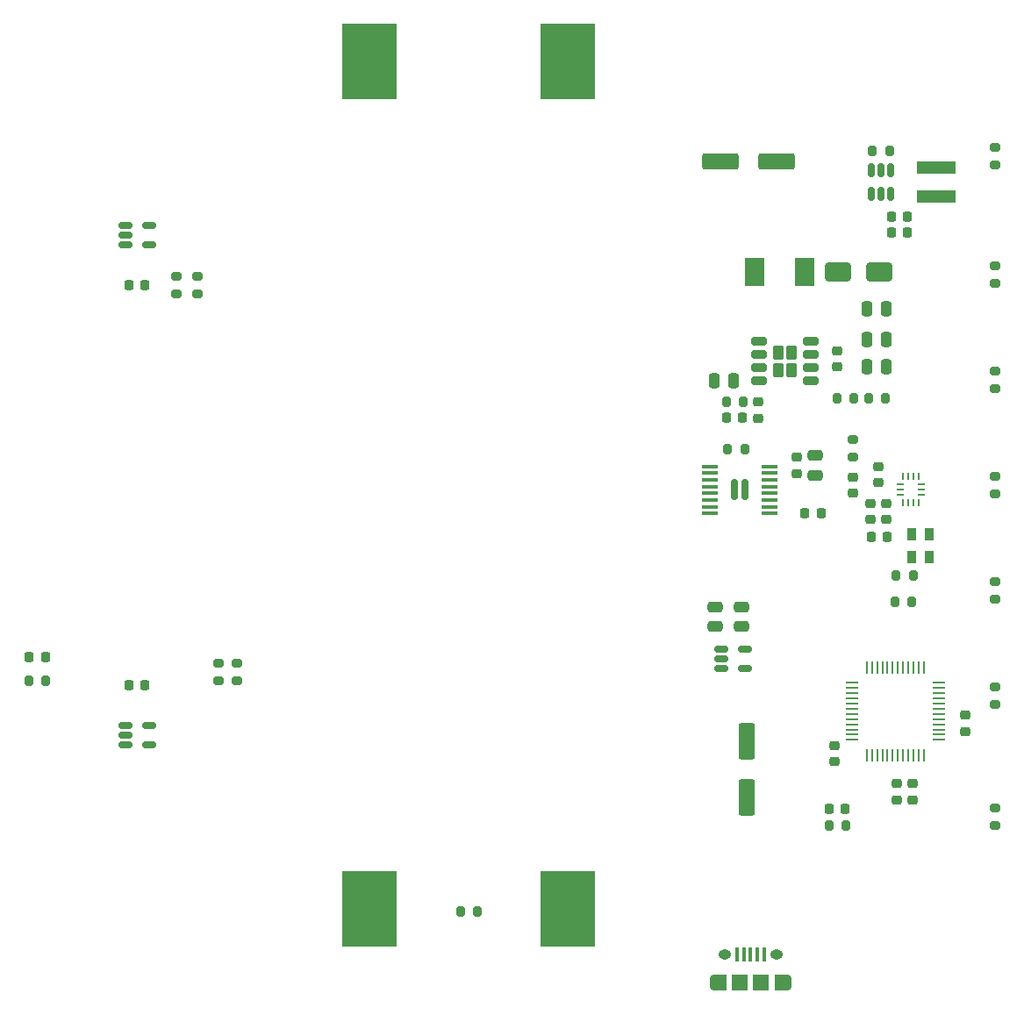
<source format=gbr>
%TF.GenerationSoftware,KiCad,Pcbnew,7.0.8*%
%TF.CreationDate,2023-10-27T12:05:37-04:00*%
%TF.ProjectId,mainboard_dual_battery,6d61696e-626f-4617-9264-5f6475616c5f,rev?*%
%TF.SameCoordinates,PX1312d00PY5f5e100*%
%TF.FileFunction,Paste,Top*%
%TF.FilePolarity,Positive*%
%FSLAX46Y46*%
G04 Gerber Fmt 4.6, Leading zero omitted, Abs format (unit mm)*
G04 Created by KiCad (PCBNEW 7.0.8) date 2023-10-27 12:05:37*
%MOMM*%
%LPD*%
G01*
G04 APERTURE LIST*
G04 Aperture macros list*
%AMRoundRect*
0 Rectangle with rounded corners*
0 $1 Rounding radius*
0 $2 $3 $4 $5 $6 $7 $8 $9 X,Y pos of 4 corners*
0 Add a 4 corners polygon primitive as box body*
4,1,4,$2,$3,$4,$5,$6,$7,$8,$9,$2,$3,0*
0 Add four circle primitives for the rounded corners*
1,1,$1+$1,$2,$3*
1,1,$1+$1,$4,$5*
1,1,$1+$1,$6,$7*
1,1,$1+$1,$8,$9*
0 Add four rect primitives between the rounded corners*
20,1,$1+$1,$2,$3,$4,$5,0*
20,1,$1+$1,$4,$5,$6,$7,0*
20,1,$1+$1,$6,$7,$8,$9,0*
20,1,$1+$1,$8,$9,$2,$3,0*%
G04 Aperture macros list end*
%ADD10RoundRect,0.250000X1.500000X0.550000X-1.500000X0.550000X-1.500000X-0.550000X1.500000X-0.550000X0*%
%ADD11R,0.950000X1.200000*%
%ADD12RoundRect,0.225000X-0.250000X0.225000X-0.250000X-0.225000X0.250000X-0.225000X0.250000X0.225000X0*%
%ADD13RoundRect,0.225000X-0.225000X-0.250000X0.225000X-0.250000X0.225000X0.250000X-0.225000X0.250000X0*%
%ADD14RoundRect,0.150000X-0.512500X-0.150000X0.512500X-0.150000X0.512500X0.150000X-0.512500X0.150000X0*%
%ADD15RoundRect,0.250000X0.250000X0.475000X-0.250000X0.475000X-0.250000X-0.475000X0.250000X-0.475000X0*%
%ADD16RoundRect,0.225000X0.225000X0.250000X-0.225000X0.250000X-0.225000X-0.250000X0.225000X-0.250000X0*%
%ADD17RoundRect,0.175000X-0.175000X-0.815000X0.175000X-0.815000X0.175000X0.815000X-0.175000X0.815000X0*%
%ADD18RoundRect,0.097500X-0.690000X-0.097500X0.690000X-0.097500X0.690000X0.097500X-0.690000X0.097500X0*%
%ADD19RoundRect,0.225000X0.250000X-0.225000X0.250000X0.225000X-0.250000X0.225000X-0.250000X-0.225000X0*%
%ADD20R,5.320000X7.350000*%
%ADD21RoundRect,0.200000X-0.200000X-0.275000X0.200000X-0.275000X0.200000X0.275000X-0.200000X0.275000X0*%
%ADD22RoundRect,0.200000X0.200000X0.275000X-0.200000X0.275000X-0.200000X-0.275000X0.200000X-0.275000X0*%
%ADD23RoundRect,0.250000X-0.475000X0.250000X-0.475000X-0.250000X0.475000X-0.250000X0.475000X0.250000X0*%
%ADD24R,3.700000X1.200000*%
%ADD25O,0.890000X1.550000*%
%ADD26O,1.250000X0.950000*%
%ADD27R,0.400000X1.350000*%
%ADD28R,1.200000X1.550000*%
%ADD29R,1.500000X1.550000*%
%ADD30RoundRect,0.200000X0.275000X-0.200000X0.275000X0.200000X-0.275000X0.200000X-0.275000X-0.200000X0*%
%ADD31O,1.200000X0.240000*%
%ADD32O,0.240000X1.200000*%
%ADD33RoundRect,0.250000X0.475000X-0.250000X0.475000X0.250000X-0.475000X0.250000X-0.475000X-0.250000X0*%
%ADD34RoundRect,0.250000X0.550000X-1.500000X0.550000X1.500000X-0.550000X1.500000X-0.550000X-1.500000X0*%
%ADD35RoundRect,0.150000X-0.150000X0.512500X-0.150000X-0.512500X0.150000X-0.512500X0.150000X0.512500X0*%
%ADD36RoundRect,0.250000X-0.280000X-0.455000X0.280000X-0.455000X0.280000X0.455000X-0.280000X0.455000X0*%
%ADD37RoundRect,0.200000X-0.550000X-0.200000X0.550000X-0.200000X0.550000X0.200000X-0.550000X0.200000X0*%
%ADD38RoundRect,0.218750X-0.218750X-0.256250X0.218750X-0.256250X0.218750X0.256250X-0.218750X0.256250X0*%
%ADD39R,0.250000X0.675000*%
%ADD40R,0.675000X0.250000*%
%ADD41R,1.870000X2.800000*%
%ADD42RoundRect,0.218750X-0.256250X0.218750X-0.256250X-0.218750X0.256250X-0.218750X0.256250X0.218750X0*%
%ADD43RoundRect,0.250000X1.000000X0.650000X-1.000000X0.650000X-1.000000X-0.650000X1.000000X-0.650000X0*%
%ADD44RoundRect,0.200000X-0.275000X0.200000X-0.275000X-0.200000X0.275000X-0.200000X0.275000X0.200000X0*%
G04 APERTURE END LIST*
D10*
%TO.C,C19*%
X76700000Y31242000D03*
X71300000Y31242000D03*
%TD*%
D11*
%TO.C,X1*%
X91446000Y-6944750D03*
X91446000Y-4744750D03*
X89746000Y-4744750D03*
X89746000Y-6944750D03*
%TD*%
D12*
%TO.C,C7*%
X78669625Y2665000D03*
X78669625Y1115000D03*
%TD*%
D13*
%TO.C,C18*%
X14211000Y-19304000D03*
X15761000Y-19304000D03*
%TD*%
D14*
%TO.C,U13*%
X13862500Y-23190000D03*
X13862500Y-24140000D03*
X13862500Y-25090000D03*
X16137500Y-25090000D03*
X16137500Y-23190000D03*
%TD*%
D15*
%TO.C,C1*%
X72578000Y10033000D03*
X70678000Y10033000D03*
%TD*%
D16*
%TO.C,C27*%
X83325000Y-31242000D03*
X81775000Y-31242000D03*
%TD*%
D13*
%TO.C,C8*%
X87762000Y25908000D03*
X89312000Y25908000D03*
%TD*%
D17*
%TO.C,U11*%
X72611000Y-467000D03*
X73611000Y-467000D03*
D18*
X70248500Y1808000D03*
X70248500Y1158000D03*
X70248500Y508000D03*
X70248500Y-142000D03*
X70248500Y-792000D03*
X70248500Y-1442000D03*
X70248500Y-2092000D03*
X70248500Y-2742000D03*
X75973500Y-2742000D03*
X75973500Y-2092000D03*
X75973500Y-1442000D03*
X75973500Y-792000D03*
X75973500Y-142000D03*
X75973500Y508000D03*
X75973500Y1158000D03*
X75973500Y1808000D03*
%TD*%
D19*
%TO.C,C10*%
X89789000Y-30383000D03*
X89789000Y-28833000D03*
%TD*%
D20*
%TO.C,BT1*%
X56540000Y-40860000D03*
X56540000Y40860000D03*
X37440000Y-40860000D03*
X37440000Y40860000D03*
%TD*%
D12*
%TO.C,C6*%
X82296000Y-25133000D03*
X82296000Y-26683000D03*
%TD*%
D21*
%TO.C,R15*%
X85934000Y32258000D03*
X87584000Y32258000D03*
%TD*%
D22*
%TO.C,R20*%
X73469000Y8001000D03*
X71819000Y8001000D03*
%TD*%
D23*
%TO.C,C2*%
X70739000Y-11750000D03*
X70739000Y-13650000D03*
%TD*%
%TO.C,C3*%
X73279000Y-11750000D03*
X73279000Y-13650000D03*
%TD*%
D21*
%TO.C,R21*%
X81725000Y-32893000D03*
X83375000Y-32893000D03*
%TD*%
D24*
%TO.C,L1*%
X92093000Y27810000D03*
X92093000Y30610000D03*
%TD*%
D14*
%TO.C,U9*%
X13862500Y25090000D03*
X13862500Y24140000D03*
X13862500Y23190000D03*
X16137500Y23190000D03*
X16137500Y25090000D03*
%TD*%
D25*
%TO.C,J3*%
X70668000Y-48036000D03*
D26*
X71668000Y-45336000D03*
X76668000Y-45336000D03*
D25*
X77668000Y-48036000D03*
D27*
X72868000Y-45336000D03*
X73518000Y-45336000D03*
X74168000Y-45336000D03*
X74818000Y-45336000D03*
X75468000Y-45336000D03*
D28*
X71268000Y-48036000D03*
D29*
X73168000Y-48036000D03*
X75168000Y-48036000D03*
D28*
X77068000Y-48036000D03*
%TD*%
D13*
%TO.C,C14*%
X79418625Y-2682000D03*
X80968625Y-2682000D03*
%TD*%
D30*
%TO.C,R5*%
X97790000Y9335000D03*
X97790000Y10985000D03*
%TD*%
D12*
%TO.C,C24*%
X82550000Y12967000D03*
X82550000Y11417000D03*
%TD*%
D13*
%TO.C,C16*%
X87762000Y24384000D03*
X89312000Y24384000D03*
%TD*%
D12*
%TO.C,C11*%
X85770000Y-1767750D03*
X85770000Y-3317750D03*
%TD*%
%TO.C,C26*%
X74930000Y8014000D03*
X74930000Y6464000D03*
%TD*%
D30*
%TO.C,R3*%
X97790000Y-10985000D03*
X97790000Y-9335000D03*
%TD*%
D31*
%TO.C,U15*%
X92338000Y-24594000D03*
X92338000Y-24094000D03*
X92338000Y-23594000D03*
X92338000Y-23094000D03*
X92338000Y-22594000D03*
X92338000Y-22094000D03*
X92338000Y-21594000D03*
X92338000Y-21094000D03*
X92338000Y-20594000D03*
X92338000Y-20094000D03*
X92338000Y-19594000D03*
X92338000Y-19094000D03*
D32*
X90888000Y-17644000D03*
X90388000Y-17644000D03*
X89888000Y-17644000D03*
X89388000Y-17644000D03*
X88888000Y-17644000D03*
X88388000Y-17644000D03*
X87888000Y-17644000D03*
X87388000Y-17644000D03*
X86888000Y-17644000D03*
X86388000Y-17644000D03*
X85888000Y-17644000D03*
X85388000Y-17644000D03*
D31*
X83938000Y-19094000D03*
X83938000Y-19594000D03*
X83938000Y-20094000D03*
X83938000Y-20594000D03*
X83938000Y-21094000D03*
X83938000Y-21594000D03*
X83938000Y-22094000D03*
X83938000Y-22594000D03*
X83938000Y-23094000D03*
X83938000Y-23594000D03*
X83938000Y-24094000D03*
X83938000Y-24594000D03*
D32*
X85388000Y-26044000D03*
X85888000Y-26044000D03*
X86388000Y-26044000D03*
X86888000Y-26044000D03*
X87388000Y-26044000D03*
X87888000Y-26044000D03*
X88388000Y-26044000D03*
X88888000Y-26044000D03*
X89388000Y-26044000D03*
X89888000Y-26044000D03*
X90388000Y-26044000D03*
X90888000Y-26044000D03*
%TD*%
D22*
%TO.C,R19*%
X84137000Y8382000D03*
X82487000Y8382000D03*
%TD*%
D15*
%TO.C,C21*%
X87310000Y14008000D03*
X85410000Y14008000D03*
%TD*%
D30*
%TO.C,R12*%
X20828000Y18479000D03*
X20828000Y20129000D03*
%TD*%
D13*
%TO.C,C12*%
X14211000Y19304000D03*
X15761000Y19304000D03*
%TD*%
D33*
%TO.C,C5*%
X80447625Y940000D03*
X80447625Y2840000D03*
%TD*%
D15*
%TO.C,C22*%
X87310000Y11430000D03*
X85410000Y11430000D03*
%TD*%
D30*
%TO.C,R2*%
X97790000Y-21145000D03*
X97790000Y-19495000D03*
%TD*%
D21*
%TO.C,R10*%
X4509000Y-18923000D03*
X6159000Y-18923000D03*
%TD*%
D34*
%TO.C,C4*%
X73787000Y-30132000D03*
X73787000Y-24732000D03*
%TD*%
D35*
%TO.C,U10*%
X87709000Y30347500D03*
X86759000Y30347500D03*
X85809000Y30347500D03*
X85809000Y28072500D03*
X86759000Y28072500D03*
X87709000Y28072500D03*
%TD*%
D22*
%TO.C,R22*%
X47815000Y-41148000D03*
X46165000Y-41148000D03*
%TD*%
D36*
%TO.C,U14*%
X76815000Y12813000D03*
X76815000Y11063000D03*
X78125000Y12813000D03*
X78125000Y11063000D03*
D37*
X74990000Y13843000D03*
X74990000Y12573000D03*
X74990000Y11303000D03*
X74990000Y10033000D03*
X79950000Y10033000D03*
X79950000Y11303000D03*
X79950000Y12573000D03*
X79950000Y13843000D03*
%TD*%
D38*
%TO.C,D1*%
X4546500Y-16637000D03*
X6121500Y-16637000D03*
%TD*%
D19*
%TO.C,C17*%
X88265000Y-30370000D03*
X88265000Y-28820000D03*
%TD*%
D22*
%TO.C,R14*%
X73596000Y3429000D03*
X71946000Y3429000D03*
%TD*%
D30*
%TO.C,R7*%
X97790000Y30925000D03*
X97790000Y32575000D03*
%TD*%
%TO.C,R6*%
X97790000Y19495000D03*
X97790000Y21145000D03*
%TD*%
D15*
%TO.C,C20*%
X87310000Y17018000D03*
X85410000Y17018000D03*
%TD*%
D22*
%TO.C,R18*%
X87185000Y8382000D03*
X85535000Y8382000D03*
%TD*%
D21*
%TO.C,R8*%
X88075000Y-11303000D03*
X89725000Y-11303000D03*
%TD*%
D39*
%TO.C,U12*%
X90408000Y835750D03*
X89908000Y835750D03*
X89408000Y835750D03*
X88908000Y835750D03*
D40*
X88645500Y73250D03*
X88645500Y-426750D03*
X88645500Y-926750D03*
D39*
X88908000Y-1689250D03*
X89408000Y-1689250D03*
X89908000Y-1689250D03*
X90408000Y-1689250D03*
D40*
X90670500Y-926750D03*
X90670500Y-426750D03*
X90670500Y73250D03*
%TD*%
D12*
%TO.C,C9*%
X87294000Y-1767750D03*
X87294000Y-3317750D03*
%TD*%
D41*
%TO.C,L2*%
X74542000Y20574000D03*
X79382000Y20574000D03*
%TD*%
D42*
%TO.C,D2*%
X84074000Y787500D03*
X84074000Y-787500D03*
%TD*%
D13*
%TO.C,C25*%
X71869000Y6477000D03*
X73419000Y6477000D03*
%TD*%
D12*
%TO.C,C15*%
X86532000Y1788250D03*
X86532000Y238250D03*
%TD*%
D43*
%TO.C,D3*%
X86582000Y20574000D03*
X82582000Y20574000D03*
%TD*%
D16*
%TO.C,C23*%
X87388500Y-4994750D03*
X85838500Y-4994750D03*
%TD*%
D44*
%TO.C,R17*%
X24638000Y-17209000D03*
X24638000Y-18859000D03*
%TD*%
%TO.C,R16*%
X22860000Y-17209000D03*
X22860000Y-18859000D03*
%TD*%
%TO.C,R1*%
X97790000Y-31179000D03*
X97790000Y-32829000D03*
%TD*%
D30*
%TO.C,R13*%
X18796000Y18479000D03*
X18796000Y20129000D03*
%TD*%
%TO.C,R4*%
X97790000Y-825000D03*
X97790000Y825000D03*
%TD*%
%TO.C,R11*%
X84074000Y2731000D03*
X84074000Y4381000D03*
%TD*%
D14*
%TO.C,U1*%
X71379500Y-15814000D03*
X71379500Y-16764000D03*
X71379500Y-17714000D03*
X73654500Y-17714000D03*
X73654500Y-15814000D03*
%TD*%
D22*
%TO.C,R9*%
X89852000Y-8763000D03*
X88202000Y-8763000D03*
%TD*%
D12*
%TO.C,C13*%
X94869000Y-22229000D03*
X94869000Y-23779000D03*
%TD*%
M02*

</source>
